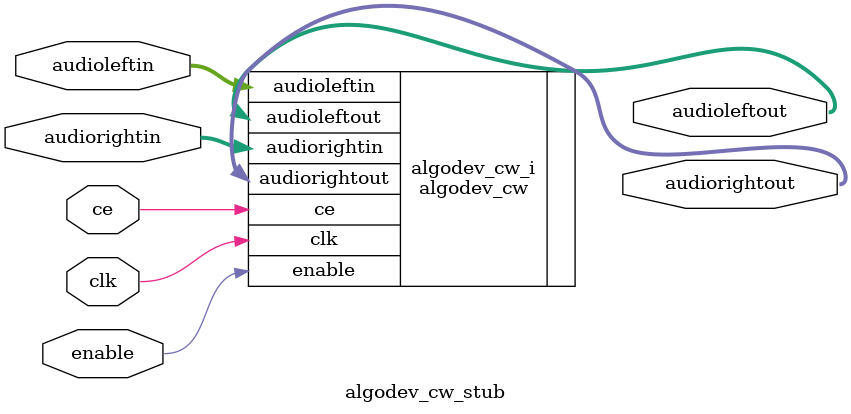
<source format=v>
`timescale 1ns / 1ps


module algodev_cw_stub
(
  audioleftin,
  audioleftout,
  audiorightin,
  audiorightout,
  ce,
  clk,// clock period = 10.0 ns (100.0 Mhz)
  enable
  );

  input [15:0] audioleftin;
  output [17:0] audioleftout;
  input [15:0] audiorightin;
  output [17:0] audiorightout;
  input  ce;
  input  clk;// clock period = 10.0 ns (100.0 Mhz)
  input [0:0] enable;

algodev_cw algodev_cw_i (
  .audioleftin(audioleftin),
  .audioleftout(audioleftout),
  .audiorightin(audiorightin),
  .audiorightout(audiorightout),
  .ce(ce),
  .clk(clk),
  .enable(enable));

endmodule 

</source>
